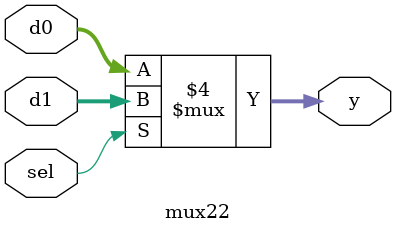
<source format=v>
module mux22(d0,d1,sel,y);
 input [31:0]d0;
 input [31:0]d1;
 input sel;
 output reg [31:0]y;
 always@(*) begin
  if(!sel) begin
   y=d0;
  end
  else begin
   y=d1;
  end
 end
endmodule
</source>
